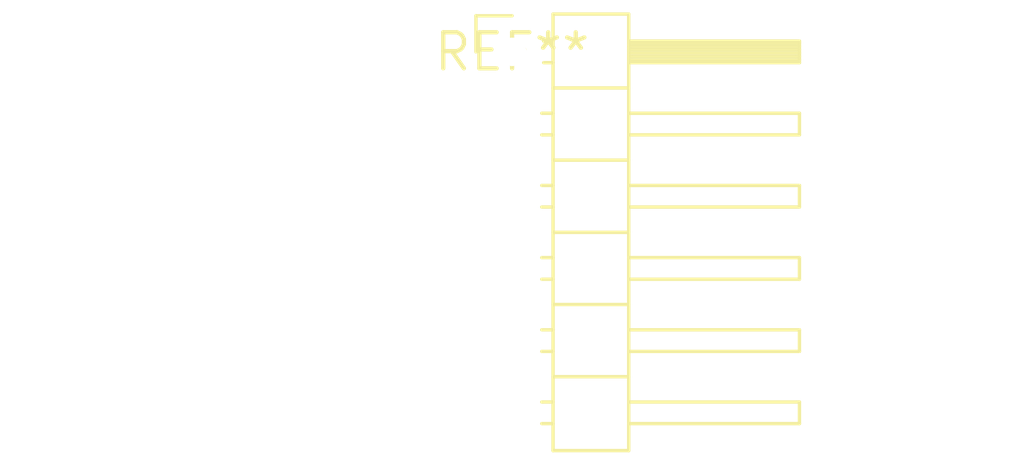
<source format=kicad_pcb>
(kicad_pcb (version 20240108) (generator pcbnew)
  (layers (0 "F.Cu" signal) (31 "B.Cu" signal) (34 "B.Paste" user) (35 "F.Paste" user) (36 "B.SilkS" user "B.Silkscreen") (37 "F.SilkS" user "F.Silkscreen") (38 "B.Mask" user) (39 "F.Mask" user) (44 "Edge.Cuts" user))
  (net 0 "")
  (footprint "PinHeader_1x06_P2.54mm_Horizontal" (layer "F.Cu") (at 0 0)
    (property "Reference" "REF**")
    (property "Value" "PinHeader_1x06_P2.54mm_Horizontal")
    (fp_line (start -1.27 -1.27) (end 0 -1.27) (layer "F.SilkS") (stroke (width 0.12)))
    (fp_line (start -1.27 0) (end -1.27 -1.27) (layer "F.SilkS") (stroke (width 0.12)))
    (fp_line (start 1.042929 2.16) (end 1.44 2.16) (layer "F.SilkS") (stroke (width 0.12)))
    (fp_line (start 1.042929 2.92) (end 1.44 2.92) (layer "F.SilkS") (stroke (width 0.12)))
    (fp_line (start 1.042929 4.7) (end 1.44 4.7) (layer "F.SilkS") (stroke (width 0.12)))
    (fp_line (start 1.042929 5.46) (end 1.44 5.46) (layer "F.SilkS") (stroke (width 0.12)))
    (fp_line (start 1.042929 7.24) (end 1.44 7.24) (layer "F.SilkS") (stroke (width 0.12)))
    (fp_line (start 1.042929 8) (end 1.44 8) (layer "F.SilkS") (stroke (width 0.12)))
    (fp_line (start 1.042929 9.78) (end 1.44 9.78) (layer "F.SilkS") (stroke (width 0.12)))
    (fp_line (start 1.042929 10.54) (end 1.44 10.54) (layer "F.SilkS") (stroke (width 0.12)))
    (fp_line (start 1.042929 12.32) (end 1.44 12.32) (layer "F.SilkS") (stroke (width 0.12)))
    (fp_line (start 1.042929 13.08) (end 1.44 13.08) (layer "F.SilkS") (stroke (width 0.12)))
    (fp_line (start 1.11 -0.38) (end 1.44 -0.38) (layer "F.SilkS") (stroke (width 0.12)))
    (fp_line (start 1.11 0.38) (end 1.44 0.38) (layer "F.SilkS") (stroke (width 0.12)))
    (fp_line (start 1.44 -1.33) (end 1.44 14.03) (layer "F.SilkS") (stroke (width 0.12)))
    (fp_line (start 1.44 1.27) (end 4.1 1.27) (layer "F.SilkS") (stroke (width 0.12)))
    (fp_line (start 1.44 3.81) (end 4.1 3.81) (layer "F.SilkS") (stroke (width 0.12)))
    (fp_line (start 1.44 6.35) (end 4.1 6.35) (layer "F.SilkS") (stroke (width 0.12)))
    (fp_line (start 1.44 8.89) (end 4.1 8.89) (layer "F.SilkS") (stroke (width 0.12)))
    (fp_line (start 1.44 11.43) (end 4.1 11.43) (layer "F.SilkS") (stroke (width 0.12)))
    (fp_line (start 1.44 14.03) (end 4.1 14.03) (layer "F.SilkS") (stroke (width 0.12)))
    (fp_line (start 4.1 -1.33) (end 1.44 -1.33) (layer "F.SilkS") (stroke (width 0.12)))
    (fp_line (start 4.1 -0.38) (end 10.1 -0.38) (layer "F.SilkS") (stroke (width 0.12)))
    (fp_line (start 4.1 -0.32) (end 10.1 -0.32) (layer "F.SilkS") (stroke (width 0.12)))
    (fp_line (start 4.1 -0.2) (end 10.1 -0.2) (layer "F.SilkS") (stroke (width 0.12)))
    (fp_line (start 4.1 -0.08) (end 10.1 -0.08) (layer "F.SilkS") (stroke (width 0.12)))
    (fp_line (start 4.1 0.04) (end 10.1 0.04) (layer "F.SilkS") (stroke (width 0.12)))
    (fp_line (start 4.1 0.16) (end 10.1 0.16) (layer "F.SilkS") (stroke (width 0.12)))
    (fp_line (start 4.1 0.28) (end 10.1 0.28) (layer "F.SilkS") (stroke (width 0.12)))
    (fp_line (start 4.1 2.16) (end 10.1 2.16) (layer "F.SilkS") (stroke (width 0.12)))
    (fp_line (start 4.1 4.7) (end 10.1 4.7) (layer "F.SilkS") (stroke (width 0.12)))
    (fp_line (start 4.1 7.24) (end 10.1 7.24) (layer "F.SilkS") (stroke (width 0.12)))
    (fp_line (start 4.1 9.78) (end 10.1 9.78) (layer "F.SilkS") (stroke (width 0.12)))
    (fp_line (start 4.1 12.32) (end 10.1 12.32) (layer "F.SilkS") (stroke (width 0.12)))
    (fp_line (start 4.1 14.03) (end 4.1 -1.33) (layer "F.SilkS") (stroke (width 0.12)))
    (fp_line (start 10.1 -0.38) (end 10.1 0.38) (layer "F.SilkS") (stroke (width 0.12)))
    (fp_line (start 10.1 0.38) (end 4.1 0.38) (layer "F.SilkS") (stroke (width 0.12)))
    (fp_line (start 10.1 2.16) (end 10.1 2.92) (layer "F.SilkS") (stroke (width 0.12)))
    (fp_line (start 10.1 2.92) (end 4.1 2.92) (layer "F.SilkS") (stroke (width 0.12)))
    (fp_line (start 10.1 4.7) (end 10.1 5.46) (layer "F.SilkS") (stroke (width 0.12)))
    (fp_line (start 10.1 5.46) (end 4.1 5.46) (layer "F.SilkS") (stroke (width 0.12)))
    (fp_line (start 10.1 7.24) (end 10.1 8) (layer "F.SilkS") (stroke (width 0.12)))
    (fp_line (start 10.1 8) (end 4.1 8) (layer "F.SilkS") (stroke (width 0.12)))
    (fp_line (start 10.1 9.78) (end 10.1 10.54) (layer "F.SilkS") (stroke (width 0.12)))
    (fp_line (start 10.1 10.54) (end 4.1 10.54) (layer "F.SilkS") (stroke (width 0.12)))
    (fp_line (start 10.1 12.32) (end 10.1 13.08) (layer "F.SilkS") (stroke (width 0.12)))
    (fp_line (start 10.1 13.08) (end 4.1 13.08) (layer "F.SilkS") (stroke (width 0.12)))
    (pad "1" thru_hole rect (at 0 0) (size 1.7 1.7) (drill 1) (layers *.Cu *.Mask) (remove_unused_layers))
    (pad "2" thru_hole oval (at 0 2.54) (size 1.7 1.7) (drill 1) (layers *.Cu *.Mask) (remove_unused_layers))
    (pad "3" thru_hole oval (at 0 5.08) (size 1.7 1.7) (drill 1) (layers *.Cu *.Mask) (remove_unused_layers))
    (pad "4" thru_hole oval (at 0 7.62) (size 1.7 1.7) (drill 1) (layers *.Cu *.Mask) (remove_unused_layers))
    (pad "5" thru_hole oval (at 0 10.16) (size 1.7 1.7) (drill 1) (layers *.Cu *.Mask) (remove_unused_layers))
    (pad "6" thru_hole oval (at 0 12.7) (size 1.7 1.7) (drill 1) (layers *.Cu *.Mask) (remove_unused_layers))
  )
)
</source>
